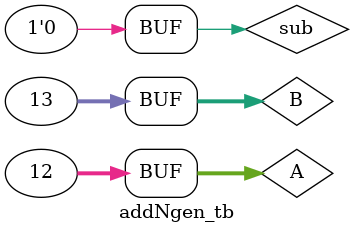
<source format=sv>
module addNgen #(parameter N=32) (
  output logic OF, CF        // overflow and carry flags
  ,output logic [N-1:0] S    // sum output bus
  ,input logic sub           // subtract signal
  ,input logic [N-1:0] A, B  // input busses
  );

  logic [N:0]  C;          // carry signals between modules
  genvar i;

  generate
    for(i=0; i<N; i=i+1) begin : adders
      fulladd fadd (C[i+1],S[i],C[i],A[i],sub^B[i]);
    end
  endgenerate

  assign C[0] = sub;
  assign CF   = C[N];
  assign OF   = C[N] ^ C[N-1];
endmodule

module addNgen_tb();
  logic OF, CF;
  logic [31:0] S;
  logic sub;
  logic [31:0] A, B;

  always_comb begin
    A = 'd12;
    B = 'd13;
    sub = 1'b0;
  end

  addNgen #(.N(32)) dut (.*);

endmodule
</source>
